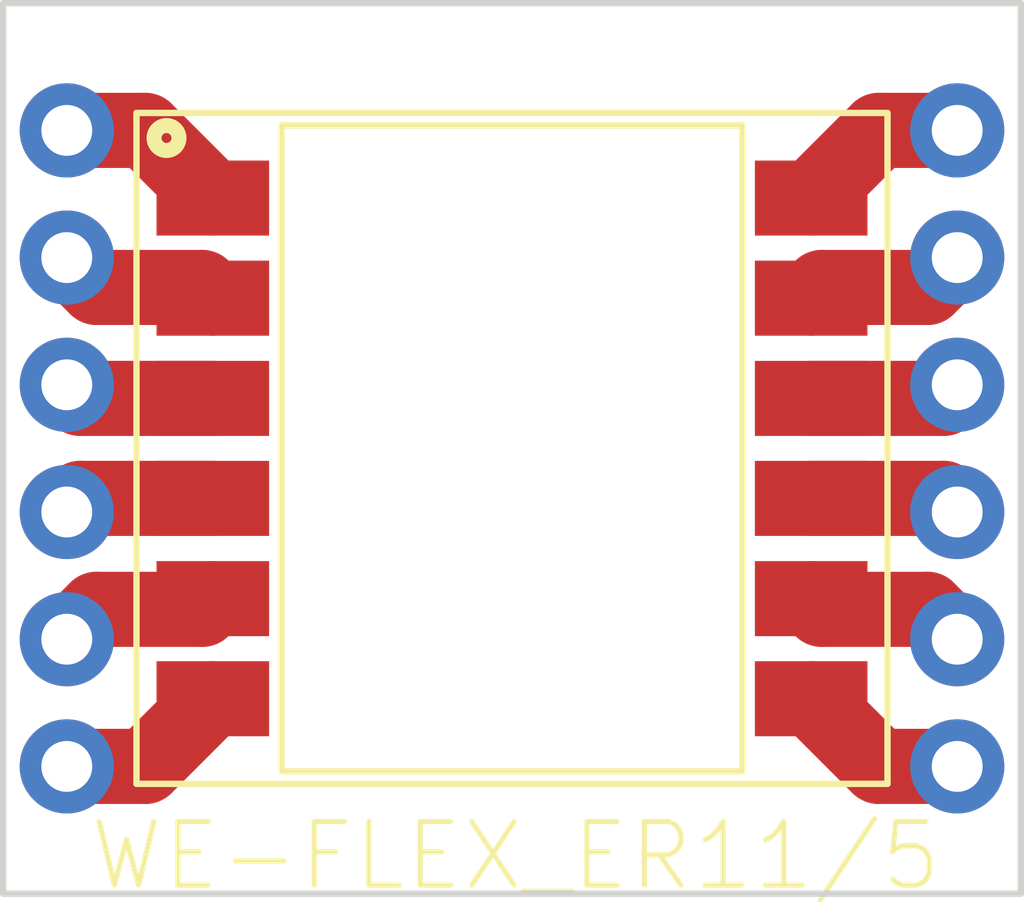
<source format=kicad_pcb>
(kicad_pcb (version 4) (host pcbnew 4.0.6)

  (general
    (links 12)
    (no_connects 0)
    (area 142.30858 91.0463 165.09238 109.78896)
    (thickness 1.6002)
    (drawings 5)
    (tracks 28)
    (zones 0)
    (modules 3)
    (nets 13)
  )

  (page A4)
  (layers
    (0 F.Cu signal)
    (31 B.Cu signal)
    (34 B.Paste user)
    (35 F.Paste user)
    (36 B.SilkS user)
    (37 F.SilkS user)
    (38 B.Mask user)
    (39 F.Mask user)
    (44 Edge.Cuts user)
  )

  (setup
    (last_trace_width 0.254)
    (user_trace_width 0.1524)
    (user_trace_width 0.2)
    (user_trace_width 0.25)
    (user_trace_width 0.3)
    (user_trace_width 0.4)
    (user_trace_width 0.5)
    (user_trace_width 1)
    (user_trace_width 1.5)
    (trace_clearance 0.254)
    (zone_clearance 0.1524)
    (zone_45_only no)
    (trace_min 0.1524)
    (segment_width 0.127)
    (edge_width 0.127)
    (via_size 0.6858)
    (via_drill 0.3302)
    (via_min_size 0.6858)
    (via_min_drill 0.3302)
    (uvia_size 0.508)
    (uvia_drill 0.127)
    (uvias_allowed no)
    (uvia_min_size 0.508)
    (uvia_min_drill 0.127)
    (pcb_text_width 0.127)
    (pcb_text_size 0.6 0.6)
    (mod_edge_width 0.127)
    (mod_text_size 0.6 0.6)
    (mod_text_width 0.127)
    (pad_size 1.524 1.524)
    (pad_drill 0.762)
    (pad_to_mask_clearance 0.05)
    (pad_to_paste_clearance -0.04)
    (aux_axis_origin 0 0)
    (visible_elements 7FFFFFFF)
    (pcbplotparams
      (layerselection 0x3ffff_80000001)
      (usegerberextensions true)
      (usegerberattributes true)
      (excludeedgelayer true)
      (linewidth 0.127000)
      (plotframeref false)
      (viasonmask false)
      (mode 1)
      (useauxorigin false)
      (hpglpennumber 1)
      (hpglpenspeed 20)
      (hpglpendiameter 15)
      (hpglpenoverlay 2)
      (psnegative false)
      (psa4output false)
      (plotreference true)
      (plotvalue true)
      (plotinvisibletext false)
      (padsonsilk false)
      (subtractmaskfromsilk false)
      (outputformat 1)
      (mirror false)
      (drillshape 0)
      (scaleselection 1)
      (outputdirectory CAM/))
  )

  (net 0 "")
  (net 1 "Net-(J1-Pad1)")
  (net 2 "Net-(J1-Pad2)")
  (net 3 "Net-(J1-Pad3)")
  (net 4 "Net-(J1-Pad4)")
  (net 5 "Net-(J1-Pad5)")
  (net 6 "Net-(J1-Pad6)")
  (net 7 "Net-(J2-Pad1)")
  (net 8 "Net-(J2-Pad2)")
  (net 9 "Net-(J2-Pad3)")
  (net 10 "Net-(J2-Pad4)")
  (net 11 "Net-(J2-Pad5)")
  (net 12 "Net-(J2-Pad6)")

  (net_class Default "Imperial - this is the standard class"
    (clearance 0.254)
    (trace_width 0.254)
    (via_dia 0.6858)
    (via_drill 0.3302)
    (uvia_dia 0.508)
    (uvia_drill 0.127)
    (add_net "Net-(J1-Pad1)")
    (add_net "Net-(J1-Pad2)")
    (add_net "Net-(J1-Pad3)")
    (add_net "Net-(J1-Pad4)")
    (add_net "Net-(J1-Pad5)")
    (add_net "Net-(J1-Pad6)")
    (add_net "Net-(J2-Pad1)")
    (add_net "Net-(J2-Pad2)")
    (add_net "Net-(J2-Pad3)")
    (add_net "Net-(J2-Pad4)")
    (add_net "Net-(J2-Pad5)")
    (add_net "Net-(J2-Pad6)")
  )

  (net_class 0.2mm ""
    (clearance 0.2)
    (trace_width 0.2)
    (via_dia 0.6858)
    (via_drill 0.3302)
    (uvia_dia 0.508)
    (uvia_drill 0.127)
  )

  (net_class Minimal ""
    (clearance 0.1524)
    (trace_width 0.1524)
    (via_dia 0.6858)
    (via_drill 0.3302)
    (uvia_dia 0.508)
    (uvia_drill 0.127)
  )

  (module SparkFun-Connectors:SparkFun-Connectors-1X06_NO_SILK placed (layer F.Cu) (tedit 59684301) (tstamp 5968BFC9)
    (at 144.78 93.98 270)
    (descr "PLATED THROUGH HOLE - 6 PIN NO SILK OUTLINE")
    (tags "PLATED THROUGH HOLE - 6 PIN NO SILK OUTLINE")
    (path /59682FFE)
    (attr virtual)
    (fp_text reference J1 (at 0.254 2.54 270) (layer F.SilkS) hide
      (effects (font (size 0.6096 0.6096) (thickness 0.127)))
    )
    (fp_text value CONN_01X06 (at 0.5588 1.7272 270) (layer F.SilkS) hide
      (effects (font (size 0.6096 0.6096) (thickness 0.127)))
    )
    (fp_line (start 12.446 0.254) (end 12.954 0.254) (layer Dwgs.User) (width 0.06604))
    (fp_line (start 12.954 0.254) (end 12.954 -0.254) (layer Dwgs.User) (width 0.06604))
    (fp_line (start 12.446 -0.254) (end 12.954 -0.254) (layer Dwgs.User) (width 0.06604))
    (fp_line (start 12.446 0.254) (end 12.446 -0.254) (layer Dwgs.User) (width 0.06604))
    (fp_line (start 9.906 0.254) (end 10.414 0.254) (layer Dwgs.User) (width 0.06604))
    (fp_line (start 10.414 0.254) (end 10.414 -0.254) (layer Dwgs.User) (width 0.06604))
    (fp_line (start 9.906 -0.254) (end 10.414 -0.254) (layer Dwgs.User) (width 0.06604))
    (fp_line (start 9.906 0.254) (end 9.906 -0.254) (layer Dwgs.User) (width 0.06604))
    (fp_line (start 7.366 0.254) (end 7.874 0.254) (layer Dwgs.User) (width 0.06604))
    (fp_line (start 7.874 0.254) (end 7.874 -0.254) (layer Dwgs.User) (width 0.06604))
    (fp_line (start 7.366 -0.254) (end 7.874 -0.254) (layer Dwgs.User) (width 0.06604))
    (fp_line (start 7.366 0.254) (end 7.366 -0.254) (layer Dwgs.User) (width 0.06604))
    (fp_line (start 4.826 0.254) (end 5.334 0.254) (layer Dwgs.User) (width 0.06604))
    (fp_line (start 5.334 0.254) (end 5.334 -0.254) (layer Dwgs.User) (width 0.06604))
    (fp_line (start 4.826 -0.254) (end 5.334 -0.254) (layer Dwgs.User) (width 0.06604))
    (fp_line (start 4.826 0.254) (end 4.826 -0.254) (layer Dwgs.User) (width 0.06604))
    (fp_line (start 2.286 0.254) (end 2.794 0.254) (layer Dwgs.User) (width 0.06604))
    (fp_line (start 2.794 0.254) (end 2.794 -0.254) (layer Dwgs.User) (width 0.06604))
    (fp_line (start 2.286 -0.254) (end 2.794 -0.254) (layer Dwgs.User) (width 0.06604))
    (fp_line (start 2.286 0.254) (end 2.286 -0.254) (layer Dwgs.User) (width 0.06604))
    (fp_line (start -0.254 0.254) (end 0.254 0.254) (layer Dwgs.User) (width 0.06604))
    (fp_line (start 0.254 0.254) (end 0.254 -0.254) (layer Dwgs.User) (width 0.06604))
    (fp_line (start -0.254 -0.254) (end 0.254 -0.254) (layer Dwgs.User) (width 0.06604))
    (fp_line (start -0.254 0.254) (end -0.254 -0.254) (layer Dwgs.User) (width 0.06604))
    (pad 1 thru_hole circle (at 0 0 270) (size 1.8796 1.8796) (drill 1.016) (layers *.Cu *.Paste *.Mask)
      (net 1 "Net-(J1-Pad1)"))
    (pad 2 thru_hole circle (at 2.54 0 270) (size 1.8796 1.8796) (drill 1.016) (layers *.Cu *.Paste *.Mask)
      (net 2 "Net-(J1-Pad2)"))
    (pad 3 thru_hole circle (at 5.08 0 270) (size 1.8796 1.8796) (drill 1.016) (layers *.Cu *.Paste *.Mask)
      (net 3 "Net-(J1-Pad3)"))
    (pad 4 thru_hole circle (at 7.62 0 270) (size 1.8796 1.8796) (drill 1.016) (layers *.Cu *.Paste *.Mask)
      (net 4 "Net-(J1-Pad4)"))
    (pad 5 thru_hole circle (at 10.16 0 270) (size 1.8796 1.8796) (drill 1.016) (layers *.Cu *.Paste *.Mask)
      (net 5 "Net-(J1-Pad5)"))
    (pad 6 thru_hole circle (at 12.7 0 270) (size 1.8796 1.8796) (drill 1.016) (layers *.Cu *.Paste *.Mask)
      (net 6 "Net-(J1-Pad6)"))
  )

  (module SparkFun-Connectors:SparkFun-Connectors-1X06_NO_SILK placed (layer F.Cu) (tedit 59684319) (tstamp 5968BFEB)
    (at 162.56 106.68 90)
    (descr "PLATED THROUGH HOLE - 6 PIN NO SILK OUTLINE")
    (tags "PLATED THROUGH HOLE - 6 PIN NO SILK OUTLINE")
    (path /59682FC7)
    (attr virtual)
    (fp_text reference J2 (at 0 3.81 90) (layer F.SilkS) hide
      (effects (font (size 0.6096 0.6096) (thickness 0.127)))
    )
    (fp_text value CONN_01X06 (at 0.5588 1.7272 90) (layer F.SilkS) hide
      (effects (font (size 0.6096 0.6096) (thickness 0.127)))
    )
    (fp_line (start 12.446 0.254) (end 12.954 0.254) (layer Dwgs.User) (width 0.06604))
    (fp_line (start 12.954 0.254) (end 12.954 -0.254) (layer Dwgs.User) (width 0.06604))
    (fp_line (start 12.446 -0.254) (end 12.954 -0.254) (layer Dwgs.User) (width 0.06604))
    (fp_line (start 12.446 0.254) (end 12.446 -0.254) (layer Dwgs.User) (width 0.06604))
    (fp_line (start 9.906 0.254) (end 10.414 0.254) (layer Dwgs.User) (width 0.06604))
    (fp_line (start 10.414 0.254) (end 10.414 -0.254) (layer Dwgs.User) (width 0.06604))
    (fp_line (start 9.906 -0.254) (end 10.414 -0.254) (layer Dwgs.User) (width 0.06604))
    (fp_line (start 9.906 0.254) (end 9.906 -0.254) (layer Dwgs.User) (width 0.06604))
    (fp_line (start 7.366 0.254) (end 7.874 0.254) (layer Dwgs.User) (width 0.06604))
    (fp_line (start 7.874 0.254) (end 7.874 -0.254) (layer Dwgs.User) (width 0.06604))
    (fp_line (start 7.366 -0.254) (end 7.874 -0.254) (layer Dwgs.User) (width 0.06604))
    (fp_line (start 7.366 0.254) (end 7.366 -0.254) (layer Dwgs.User) (width 0.06604))
    (fp_line (start 4.826 0.254) (end 5.334 0.254) (layer Dwgs.User) (width 0.06604))
    (fp_line (start 5.334 0.254) (end 5.334 -0.254) (layer Dwgs.User) (width 0.06604))
    (fp_line (start 4.826 -0.254) (end 5.334 -0.254) (layer Dwgs.User) (width 0.06604))
    (fp_line (start 4.826 0.254) (end 4.826 -0.254) (layer Dwgs.User) (width 0.06604))
    (fp_line (start 2.286 0.254) (end 2.794 0.254) (layer Dwgs.User) (width 0.06604))
    (fp_line (start 2.794 0.254) (end 2.794 -0.254) (layer Dwgs.User) (width 0.06604))
    (fp_line (start 2.286 -0.254) (end 2.794 -0.254) (layer Dwgs.User) (width 0.06604))
    (fp_line (start 2.286 0.254) (end 2.286 -0.254) (layer Dwgs.User) (width 0.06604))
    (fp_line (start -0.254 0.254) (end 0.254 0.254) (layer Dwgs.User) (width 0.06604))
    (fp_line (start 0.254 0.254) (end 0.254 -0.254) (layer Dwgs.User) (width 0.06604))
    (fp_line (start -0.254 -0.254) (end 0.254 -0.254) (layer Dwgs.User) (width 0.06604))
    (fp_line (start -0.254 0.254) (end -0.254 -0.254) (layer Dwgs.User) (width 0.06604))
    (pad 1 thru_hole circle (at 0 0 90) (size 1.8796 1.8796) (drill 1.016) (layers *.Cu *.Paste *.Mask)
      (net 7 "Net-(J2-Pad1)"))
    (pad 2 thru_hole circle (at 2.54 0 90) (size 1.8796 1.8796) (drill 1.016) (layers *.Cu *.Paste *.Mask)
      (net 8 "Net-(J2-Pad2)"))
    (pad 3 thru_hole circle (at 5.08 0 90) (size 1.8796 1.8796) (drill 1.016) (layers *.Cu *.Paste *.Mask)
      (net 9 "Net-(J2-Pad3)"))
    (pad 4 thru_hole circle (at 7.62 0 90) (size 1.8796 1.8796) (drill 1.016) (layers *.Cu *.Paste *.Mask)
      (net 10 "Net-(J2-Pad4)"))
    (pad 5 thru_hole circle (at 10.16 0 90) (size 1.8796 1.8796) (drill 1.016) (layers *.Cu *.Paste *.Mask)
      (net 11 "Net-(J2-Pad5)"))
    (pad 6 thru_hole circle (at 12.7 0 90) (size 1.8796 1.8796) (drill 1.016) (layers *.Cu *.Paste *.Mask)
      (net 12 "Net-(J2-Pad6)"))
  )

  (module EAGLE-POWER_MAGNETICS-rev17c:EAGLE-POWER_MAGNETICS-rev17c-WE-FLEX_ER11_5 placed (layer F.Cu) (tedit 5968142A) (tstamp 59697C4A)
    (at 153.67 100.33)
    (path /59682FAA)
    (attr smd)
    (fp_text reference T1 (at 2.87274 -8.0899) (layer F.SilkS) hide
      (effects (font (size 1.27 1.27) (thickness 0.1016)))
    )
    (fp_text value WE-FLEX_ER11/5 (at 0.07366 8.13816) (layer F.SilkS)
      (effects (font (size 1.27 1.27) (thickness 0.1016)))
    )
    (fp_line (start 4.59994 -6.44906) (end -4.59994 -6.44906) (layer F.SilkS) (width 0.127))
    (fp_line (start -4.59994 6.44906) (end 4.59994 6.44906) (layer F.SilkS) (width 0.127))
    (fp_line (start 4.59994 -6.44906) (end 4.59994 6.44906) (layer F.SilkS) (width 0.127))
    (fp_line (start -4.59994 -6.44906) (end -4.59994 6.44906) (layer F.SilkS) (width 0.127))
    (fp_line (start 7.49808 -6.69798) (end 7.49808 6.69798) (layer F.SilkS) (width 0.127))
    (fp_line (start 7.49808 6.69798) (end -7.49808 6.69798) (layer F.SilkS) (width 0.127))
    (fp_line (start -7.49808 6.69798) (end -7.49808 -6.69798) (layer F.SilkS) (width 0.127))
    (fp_line (start -7.49808 -6.69798) (end 7.49808 -6.69798) (layer F.SilkS) (width 0.127))
    (fp_circle (center -6.89864 -6.1976) (end -6.89864 -6.29666) (layer F.SilkS) (width 0.29972))
    (fp_text user 6 (at -3.2131 4.9149) (layer Dwgs.User)
      (effects (font (size 1.27 1.27) (thickness 0.1016)))
    )
    (fp_text user 7 (at 3.83286 4.96316) (layer Dwgs.User)
      (effects (font (size 1.27 1.27) (thickness 0.1016)))
    )
    (fp_text user 12 (at 3.6195 -5.23494) (layer Dwgs.User)
      (effects (font (size 1.27 1.27) (thickness 0.1016)))
    )
    (pad 1 smd rect (at -5.97408 -4.99872 270) (size 1.4986 2.2479) (layers F.Cu F.Paste F.Mask)
      (net 1 "Net-(J1-Pad1)"))
    (pad 2 smd rect (at -5.97408 -2.99974 270) (size 1.4986 2.2479) (layers F.Cu F.Paste F.Mask)
      (net 2 "Net-(J1-Pad2)"))
    (pad 3 smd rect (at -5.97408 -0.99822 270) (size 1.4986 2.2479) (layers F.Cu F.Paste F.Mask)
      (net 3 "Net-(J1-Pad3)"))
    (pad 4 smd rect (at -5.97408 0.99822 270) (size 1.4986 2.2479) (layers F.Cu F.Paste F.Mask)
      (net 4 "Net-(J1-Pad4)"))
    (pad 5 smd rect (at -5.97408 2.99974 270) (size 1.4986 2.2479) (layers F.Cu F.Paste F.Mask)
      (net 5 "Net-(J1-Pad5)"))
    (pad 6 smd rect (at -5.97408 4.99872 270) (size 1.4986 2.2479) (layers F.Cu F.Paste F.Mask)
      (net 6 "Net-(J1-Pad6)"))
    (pad 7 smd rect (at 5.97408 4.99872 270) (size 1.4986 2.2479) (layers F.Cu F.Paste F.Mask)
      (net 7 "Net-(J2-Pad1)"))
    (pad 8 smd rect (at 5.97408 2.99974 270) (size 1.4986 2.2479) (layers F.Cu F.Paste F.Mask)
      (net 8 "Net-(J2-Pad2)"))
    (pad 9 smd rect (at 5.97408 0.99822 270) (size 1.4986 2.2479) (layers F.Cu F.Paste F.Mask)
      (net 9 "Net-(J2-Pad3)"))
    (pad 10 smd rect (at 5.97408 -0.99822 270) (size 1.4986 2.2479) (layers F.Cu F.Paste F.Mask)
      (net 10 "Net-(J2-Pad4)"))
    (pad 11 smd rect (at 5.97408 -2.99974 270) (size 1.4986 2.2479) (layers F.Cu F.Paste F.Mask)
      (net 11 "Net-(J2-Pad5)"))
    (pad 12 smd rect (at 5.97408 -4.99872 270) (size 1.4986 2.2479) (layers F.Cu F.Paste F.Mask)
      (net 12 "Net-(J2-Pad6)"))
  )

  (gr_line (start 163.83 91.44) (end 163.83 91.44) (layer Edge.Cuts) (width 0.127) (tstamp 596816D2))
  (gr_line (start 163.83 109.22) (end 163.83 91.44) (layer Edge.Cuts) (width 0.127))
  (gr_line (start 143.51 109.22) (end 163.83 109.22) (layer Edge.Cuts) (width 0.127))
  (gr_line (start 143.51 91.44) (end 143.51 109.22) (layer Edge.Cuts) (width 0.127))
  (gr_line (start 163.83 91.44) (end 143.51 91.44) (layer Edge.Cuts) (width 0.127))

  (segment (start 147.69592 95.33128) (end 146.34464 93.98) (width 1.5) (layer F.Cu) (net 1))
  (segment (start 146.34464 93.98) (end 144.78 93.98) (width 1.5) (layer F.Cu) (net 1))
  (segment (start 147.69592 97.33026) (end 147.481859 97.116199) (width 1.5) (layer F.Cu) (net 2))
  (segment (start 147.481859 97.116199) (end 145.376199 97.116199) (width 1.5) (layer F.Cu) (net 2))
  (segment (start 145.376199 97.116199) (end 144.78 96.52) (width 1.5) (layer F.Cu) (net 2))
  (segment (start 147.69592 99.33178) (end 145.05178 99.33178) (width 1.5) (layer F.Cu) (net 3))
  (segment (start 145.05178 99.33178) (end 144.78 99.06) (width 1.5) (layer F.Cu) (net 3))
  (segment (start 147.69592 101.32822) (end 145.05178 101.32822) (width 1.5) (layer F.Cu) (net 4))
  (segment (start 145.05178 101.32822) (end 144.78 101.6) (width 1.5) (layer F.Cu) (net 4))
  (segment (start 147.69592 103.32974) (end 147.481859 103.543801) (width 1.5) (layer F.Cu) (net 5))
  (segment (start 147.481859 103.543801) (end 145.376199 103.543801) (width 1.5) (layer F.Cu) (net 5))
  (segment (start 145.376199 103.543801) (end 144.78 104.14) (width 1.5) (layer F.Cu) (net 5))
  (segment (start 147.69592 105.32872) (end 146.34464 106.68) (width 1.5) (layer F.Cu) (net 6))
  (segment (start 146.34464 106.68) (end 144.78 106.68) (width 1.5) (layer F.Cu) (net 6))
  (segment (start 159.64408 105.32872) (end 160.99536 106.68) (width 1.5) (layer F.Cu) (net 7))
  (segment (start 160.99536 106.68) (end 162.56 106.68) (width 1.5) (layer F.Cu) (net 7))
  (segment (start 159.64408 103.32974) (end 159.858141 103.543801) (width 1.5) (layer F.Cu) (net 8))
  (segment (start 159.858141 103.543801) (end 161.963801 103.543801) (width 1.5) (layer F.Cu) (net 8))
  (segment (start 161.963801 103.543801) (end 162.56 104.14) (width 1.5) (layer F.Cu) (net 8))
  (segment (start 159.64408 101.32822) (end 162.28822 101.32822) (width 1.5) (layer F.Cu) (net 9))
  (segment (start 162.28822 101.32822) (end 162.56 101.6) (width 1.5) (layer F.Cu) (net 9))
  (segment (start 159.64408 99.33178) (end 162.28822 99.33178) (width 1.5) (layer F.Cu) (net 10))
  (segment (start 162.28822 99.33178) (end 162.56 99.06) (width 1.5) (layer F.Cu) (net 10))
  (segment (start 159.64408 97.33026) (end 159.858141 97.116199) (width 1.5) (layer F.Cu) (net 11))
  (segment (start 159.858141 97.116199) (end 161.963801 97.116199) (width 1.5) (layer F.Cu) (net 11))
  (segment (start 161.963801 97.116199) (end 162.56 96.52) (width 1.5) (layer F.Cu) (net 11))
  (segment (start 159.64408 95.33128) (end 160.99536 93.98) (width 1.5) (layer F.Cu) (net 12))
  (segment (start 160.99536 93.98) (end 162.56 93.98) (width 1.5) (layer F.Cu) (net 12))

)

</source>
